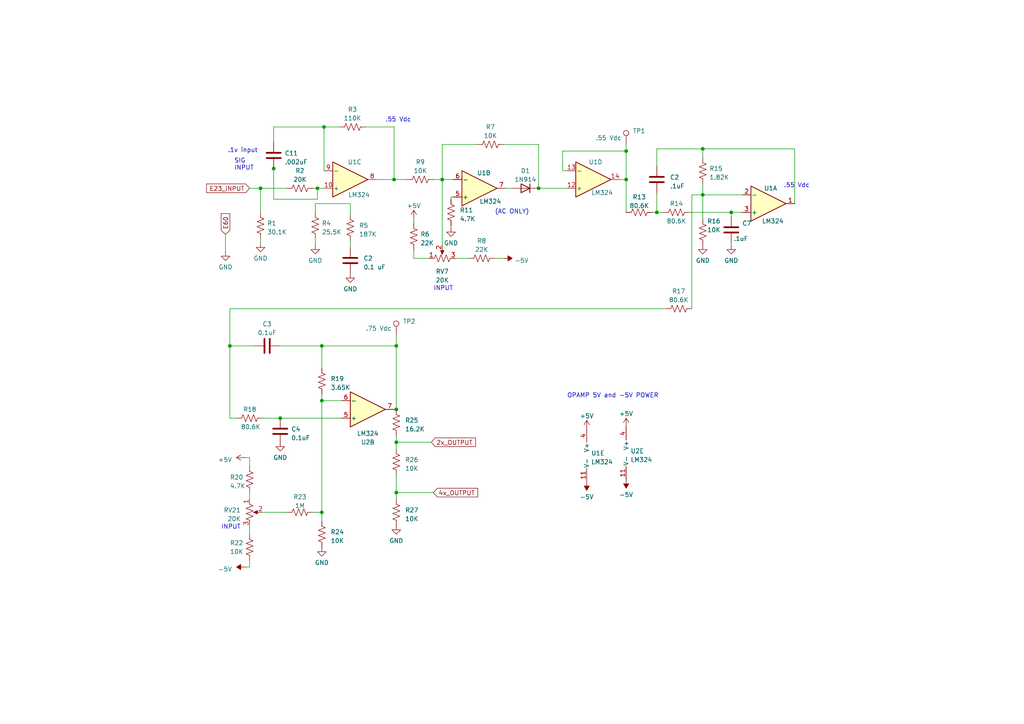
<source format=kicad_sch>
(kicad_sch (version 20230121) (generator eeschema)
  (paper "A4")
  (title_block (title "Hardware_Filter_SSS") (date "2023-10-24"))
  (lib_symbols
    (symbol "Amplifier_Operational:LM324" (pin_names (offset 0.127))
      (property "Reference" "U" (at 0 5.08 0))
      (property "Value" "LM324" (at 0 -5.08 0))
      (symbol "LM324_1_1"
        (polyline (pts (xy -5.08 5.08) (xy 5.08 0) (xy -5.08 -5.08) (xy -5.08 5.08)) (stroke (width 0.254)) (fill (type background)))
        (pin output line (at 7.62 0 180) (length 2.54) (name "~") (number "1"))
        (pin input line (at -7.62 -2.54 0) (length 2.54) (name "-") (number "2"))
        (pin input line (at -7.62 2.54 0) (length 2.54) (name "+") (number "3"))
      )
      (symbol "LM324_2_1"
        (polyline (pts (xy -5.08 5.08) (xy 5.08 0) (xy -5.08 -5.08) (xy -5.08 5.08)) (stroke (width 0.254)) (fill (type background)))
        (pin input line (at -7.62 2.54 0) (length 2.54) (name "+") (number "5"))
        (pin input line (at -7.62 -2.54 0) (length 2.54) (name "-") (number "6"))
        (pin output line (at 7.62 0 180) (length 2.54) (name "~") (number "7"))
      )
      (symbol "LM324_3_1"
        (polyline (pts (xy -5.08 5.08) (xy 5.08 0) (xy -5.08 -5.08) (xy -5.08 5.08)) (stroke (width 0.254)) (fill (type background)))
        (pin input line (at -7.62 2.54 0) (length 2.54) (name "+") (number "10"))
        (pin output line (at 7.62 0 180) (length 2.54) (name "~") (number "8"))
        (pin input line (at -7.62 -2.54 0) (length 2.54) (name "-") (number "9"))
      )
      (symbol "LM324_4_1"
        (polyline (pts (xy -5.08 5.08) (xy 5.08 0) (xy -5.08 -5.08) (xy -5.08 5.08)) (stroke (width 0.254)) (fill (type background)))
        (pin input line (at -7.62 2.54 0) (length 2.54) (name "+") (number "12"))
        (pin input line (at -7.62 -2.54 0) (length 2.54) (name "-") (number "13"))
        (pin output line (at 7.62 0 180) (length 2.54) (name "~") (number "14"))
      )
      (symbol "LM324_5_1"
        (pin power_in line (at -2.54 -7.62 90) (length 3.81) (name "V-") (number "11"))
        (pin power_in line (at -2.54 7.62 270) (length 3.81) (name "V+") (number "4"))
      )
    )
    (symbol "Connector:TestPoint" (pin_numbers hide) (pin_names (offset 0.762) hide)
      (property "Reference" "TP" (at 0 6.858 0))
      (property "Value" "TestPoint" (at 0 5.08 0))
      (symbol "TestPoint_0_1"
        (circle (center 0 3.302) (radius 0.762))
      )
      (symbol "TestPoint_1_1"
        (pin passive line (at 0 0 90) (length 2.54) (name "1") (number "1"))
      )
    )
    (symbol "Device:C" (pin_numbers hide) (pin_names (offset 0.254))
      (property "Reference" "C" (at 0.635 2.54 0))
      (property "Value" "C" (at 0.635 -2.54 0))
      (symbol "C_0_1"
        (polyline (pts (xy -2.032 -0.762) (xy 2.032 -0.762)) (stroke (width 0.508)))
        (polyline (pts (xy -2.032 0.762) (xy 2.032 0.762)) (stroke (width 0.508)))
      )
      (symbol "C_1_1"
        (pin passive line (at 0 3.81 270) (length 2.794) (name "~") (number "1"))
        (pin passive line (at 0 -3.81 90) (length 2.794) (name "~") (number "2"))
      )
    )
    (symbol "Device:R_Potentiometer_US" (pin_names (offset 1.016) hide)
      (property "Reference" "RV" (at -4.445 0 90))
      (property "Value" "R_Potentiometer_US" (at -2.54 0 90))
      (symbol "R_Potentiometer_US_0_1"
        (polyline (pts (xy 0 -2.286) (xy 0 -2.54)))
        (polyline (pts (xy 0 2.54) (xy 0 2.286)))
        (polyline (pts (xy 2.54 0) (xy 1.524 0)))
        (polyline (pts (xy 1.143 0) (xy 2.286 0.508) (xy 2.286 -0.508) (xy 1.143 0)) (fill (type outline)))
        (polyline (pts (xy 0 -0.762) (xy 1.016 -1.143) (xy 0 -1.524) (xy -1.016 -1.905) (xy 0 -2.286)))
        (polyline (pts (xy 0 0.762) (xy 1.016 0.381) (xy 0 0) (xy -1.016 -0.381) (xy 0 -0.762)))
        (polyline (pts (xy 0 2.286) (xy 1.016 1.905) (xy 0 1.524) (xy -1.016 1.143) (xy 0 0.762)))
      )
      (symbol "R_Potentiometer_US_1_1"
        (pin passive line (at 0 3.81 270) (length 1.27) (name "1") (number "1"))
        (pin passive line (at 3.81 0 180) (length 1.27) (name "2") (number "2"))
        (pin passive line (at 0 -3.81 90) (length 1.27) (name "3") (number "3"))
      )
    )
    (symbol "Device:R_US" (pin_numbers hide) (pin_names (offset 0))
      (property "Reference" "R" (at 2.54 0 90))
      (property "Value" "R_US" (at -2.54 0 90))
      (symbol "R_US_0_1"
        (polyline (pts (xy 0 -2.286) (xy 0 -2.54)))
        (polyline (pts (xy 0 2.286) (xy 0 2.54)))
        (polyline (pts (xy 0 -0.762) (xy 1.016 -1.143) (xy 0 -1.524) (xy -1.016 -1.905) (xy 0 -2.286)))
        (polyline (pts (xy 0 0.762) (xy 1.016 0.381) (xy 0 0) (xy -1.016 -0.381) (xy 0 -0.762)))
        (polyline (pts (xy 0 2.286) (xy 1.016 1.905) (xy 0 1.524) (xy -1.016 1.143) (xy 0 0.762)))
      )
      (symbol "R_US_1_1"
        (pin passive line (at 0 3.81 270) (length 1.27) (name "~") (number "1"))
        (pin passive line (at 0 -3.81 90) (length 1.27) (name "~") (number "2"))
      )
    )
    (symbol "Diode:1N914" (pin_numbers hide) (pin_names hide)
      (property "Reference" "D" (at 0 2.54 0))
      (property "Value" "1N914" (at 0 -2.54 0))
      (symbol "1N914_0_1"
        (polyline (pts (xy -1.27 1.27) (xy -1.27 -1.27)) (stroke (width 0.254)))
        (polyline (pts (xy 1.27 0) (xy -1.27 0)))
        (polyline (pts (xy 1.27 1.27) (xy 1.27 -1.27) (xy -1.27 0) (xy 1.27 1.27)) (stroke (width 0.254)))
      )
      (symbol "1N914_1_1"
        (pin passive line (at -3.81 0 0) (length 2.54) (name "K") (number "1"))
        (pin passive line (at 3.81 0 180) (length 2.54) (name "A") (number "2"))
      )
    )
    (symbol "power:+5V" (power) (pin_names (offset 0))
      (property "Value" "+5V" (at 0 3.556 0))
      (symbol "+5V_0_1"
        (polyline (pts (xy -0.762 1.27) (xy 0 2.54)))
        (polyline (pts (xy 0 0) (xy 0 2.54)))
        (polyline (pts (xy 0 2.54) (xy 0.762 1.27)))
      )
      (symbol "+5V_1_1"
        (pin power_in line (at 0 0 90) (length 0) hide (name "+5V") (number "1"))
      )
    )
    (symbol "power:-5V" (power) (pin_names (offset 0))
      (property "Value" "-5V" (at 0 3.81 0))
      (symbol "-5V_0_0"
        (pin power_in line (at 0 0 90) (length 0) hide (name "-5V") (number "1"))
      )
      (symbol "-5V_0_1"
        (polyline (pts (xy 0 0) (xy 0 1.27) (xy 0.762 1.27) (xy 0 2.54) (xy -0.762 1.27) (xy 0 1.27)) (fill (type outline)))
      )
    )
    (symbol "power:GND" (power) (pin_names (offset 0))
      (property "Value" "GND" (at 0 -3.81 0))
      (symbol "GND_0_1"
        (polyline (pts (xy 0 0) (xy 0 -1.27) (xy 1.27 -1.27) (xy 0 -2.54) (xy -1.27 -1.27) (xy 0 -1.27)))
      )
      (symbol "GND_1_1"
        (pin power_in line (at 0 0 270) (length 0) hide (name "GND") (number "1"))
      )
    )
  )
  (junction (at 181.61 52.07))
  (junction (at 156.21 54.61))
  (junction (at 203.835 56.515))
  (junction (at 128.27 52.07))
  (junction (at 114.935 142.875))
  (junction (at 93.98 36.83))
  (junction (at 114.935 118.745))
  (junction (at 114.935 100.33))
  (junction (at 79.375 48.895))
  (junction (at 114.935 128.27))
  (junction (at 203.835 43.18))
  (junction (at 92.075 54.61))
  (junction (at 93.345 148.59))
  (junction (at 114.3 52.07))
  (junction (at 66.675 100.33))
  (junction (at 93.345 100.33))
  (junction (at 93.345 116.205))
  (junction (at 190.5 61.595))
  (junction (at 81.28 121.285))
  (junction (at 181.61 43.815))
  (junction (at 75.565 54.61))
  (junction (at 212.09 61.595))
  (wire (pts (xy 91.44 59.055) (xy 101.6 59.055)))
  (wire (pts (xy 181.61 43.815) (xy 163.195 43.815)))
  (wire (pts (xy 203.835 56.515) (xy 215.265 56.515)))
  (wire (pts (xy 200.025 61.595) (xy 212.09 61.595)))
  (wire (pts (xy 93.345 114.3) (xy 93.345 116.205)))
  (wire (pts (xy 114.935 97.155) (xy 114.935 100.33)))
  (wire (pts (xy 72.39 152.4) (xy 72.39 154.94)))
  (wire (pts (xy 66.675 100.33) (xy 73.66 100.33)))
  (wire (pts (xy 72.39 142.875) (xy 72.39 144.78)))
  (wire (pts (xy 114.935 128.27) (xy 114.935 130.175)))
  (wire (pts (xy 75.565 54.61) (xy 83.185 54.61)))
  (wire (pts (xy 76.2 148.59) (xy 83.185 148.59)))
  (wire (pts (xy 72.39 132.715) (xy 72.39 135.255)))
  (wire (pts (xy 138.43 41.91) (xy 128.27 41.91)))
  (wire (pts (xy 114.935 137.795) (xy 114.935 142.875)))
  (wire (pts (xy 101.6 62.23) (xy 101.6 59.055)))
  (wire (pts (xy 92.075 57.785) (xy 92.075 54.61)))
  (wire (pts (xy 75.565 61.595) (xy 75.565 54.61)))
  (wire (pts (xy 114.3 52.07) (xy 109.22 52.07)))
  (wire (pts (xy 128.27 52.07) (xy 131.445 52.07)))
  (wire (pts (xy 146.685 54.61) (xy 148.59 54.61)))
  (wire (pts (xy 114.3 36.83) (xy 114.3 52.07)))
  (wire (pts (xy 114.3 118.745) (xy 114.935 118.745)))
  (wire (pts (xy 101.6 69.85) (xy 101.6 71.755)))
  (wire (pts (xy 72.39 54.61) (xy 75.565 54.61)))
  (wire (pts (xy 91.44 69.215) (xy 91.44 71.12)))
  (wire (pts (xy 93.345 148.59) (xy 93.345 151.13)))
  (wire (pts (xy 193.04 89.535) (xy 66.675 89.535)))
  (wire (pts (xy 81.28 121.285) (xy 99.06 121.285)))
  (wire (pts (xy 81.28 100.33) (xy 93.345 100.33)))
  (wire (pts (xy 66.675 89.535) (xy 66.675 100.33)))
  (wire (pts (xy 90.805 148.59) (xy 93.345 148.59)))
  (wire (pts (xy 81.28 128.905) (xy 81.28 128.27)))
  (wire (pts (xy 79.375 36.83) (xy 79.375 41.275)))
  (wire (pts (xy 130.81 65.405) (xy 130.81 66.04)))
  (wire (pts (xy 125.095 128.27) (xy 114.935 128.27)))
  (wire (pts (xy 125.73 142.875) (xy 114.935 142.875)))
  (wire (pts (xy 114.935 100.33) (xy 114.935 118.745)))
  (wire (pts (xy 120.015 74.93) (xy 124.46 74.93)))
  (wire (pts (xy 203.835 56.515) (xy 200.66 56.515)))
  (wire (pts (xy 190.5 55.88) (xy 190.5 61.595)))
  (wire (pts (xy 203.835 53.34) (xy 203.835 56.515)))
  (wire (pts (xy 200.66 56.515) (xy 200.66 89.535)))
  (wire (pts (xy 130.81 57.785) (xy 130.81 57.15)))
  (wire (pts (xy 181.61 52.07) (xy 181.61 43.815)))
  (wire (pts (xy 93.345 116.205) (xy 99.06 116.205)))
  (wire (pts (xy 189.23 61.595) (xy 190.5 61.595)))
  (wire (pts (xy 146.05 41.91) (xy 156.21 41.91)))
  (wire (pts (xy 72.39 164.465) (xy 72.39 162.56)))
  (wire (pts (xy 190.5 43.18) (xy 203.835 43.18)))
  (wire (pts (xy 181.61 52.07) (xy 181.61 61.595)))
  (wire (pts (xy 190.5 61.595) (xy 192.405 61.595)))
  (wire (pts (xy 212.09 70.485) (xy 212.09 71.12)))
  (wire (pts (xy 230.505 59.055) (xy 230.505 43.18)))
  (wire (pts (xy 156.21 54.61) (xy 164.465 54.61)))
  (wire (pts (xy 128.27 71.12) (xy 128.27 52.07)))
  (wire (pts (xy 181.61 41.91) (xy 181.61 43.815)))
  (wire (pts (xy 71.12 164.465) (xy 72.39 164.465)))
  (wire (pts (xy 190.5 43.18) (xy 190.5 48.26)))
  (wire (pts (xy 93.345 100.33) (xy 114.935 100.33)))
  (wire (pts (xy 71.12 132.715) (xy 72.39 132.715)))
  (wire (pts (xy 114.935 142.875) (xy 114.935 144.78)))
  (wire (pts (xy 163.195 49.53) (xy 164.465 49.53)))
  (wire (pts (xy 90.805 54.61) (xy 92.075 54.61)))
  (wire (pts (xy 114.935 126.365) (xy 114.935 128.27)))
  (wire (pts (xy 156.21 41.91) (xy 156.21 54.61)))
  (wire (pts (xy 68.58 121.285) (xy 66.675 121.285)))
  (wire (pts (xy 230.505 43.18) (xy 203.835 43.18)))
  (wire (pts (xy 81.28 121.285) (xy 76.2 121.285)))
  (wire (pts (xy 93.345 100.33) (xy 93.345 106.68)))
  (wire (pts (xy 93.98 36.83) (xy 98.425 36.83)))
  (wire (pts (xy 92.075 54.61) (xy 93.98 54.61)))
  (wire (pts (xy 93.98 49.53) (xy 93.98 36.83)))
  (wire (pts (xy 106.045 36.83) (xy 114.3 36.83)))
  (wire (pts (xy 65.405 67.945) (xy 65.405 73.025)))
  (wire (pts (xy 120.015 63.5) (xy 120.015 64.77)))
  (wire (pts (xy 79.375 48.26) (xy 79.375 48.895)))
  (wire (pts (xy 114.3 52.07) (xy 118.11 52.07)))
  (wire (pts (xy 212.09 61.595) (xy 212.09 62.865)))
  (wire (pts (xy 163.195 43.815) (xy 163.195 49.53)))
  (wire (pts (xy 203.835 45.72) (xy 203.835 43.18)))
  (wire (pts (xy 66.675 100.33) (xy 66.675 121.285)))
  (wire (pts (xy 120.015 72.39) (xy 120.015 74.93)))
  (wire (pts (xy 91.44 59.055) (xy 91.44 61.595)))
  (wire (pts (xy 75.565 69.215) (xy 75.565 70.485)))
  (wire (pts (xy 203.835 56.515) (xy 203.835 63.5)))
  (wire (pts (xy 132.08 74.93) (xy 135.89 74.93)))
  (wire (pts (xy 93.345 116.205) (xy 93.345 148.59)))
  (wire (pts (xy 212.09 61.595) (xy 215.265 61.595)))
  (wire (pts (xy 125.73 52.07) (xy 128.27 52.07)))
  (wire (pts (xy 143.51 74.93) (xy 146.05 74.93)))
  (wire (pts (xy 128.27 41.91) (xy 128.27 52.07)))
  (wire (pts (xy 79.375 57.785) (xy 92.075 57.785)))
  (wire (pts (xy 93.98 36.83) (xy 79.375 36.83)))
  (wire (pts (xy 179.705 52.07) (xy 181.61 52.07)))
  (wire (pts (xy 79.375 48.895) (xy 79.375 57.785)))
  (wire (pts (xy 130.81 57.15) (xy 131.445 57.15)))
  (text "(AC ONLY)" (at 143.51 62.23 0) (effects (font (size 1.27 1.27)) (justify left bottom)))
  (text ".55 Vdc\n" (at 111.76 35.56 0) (effects (font (size 1.27 1.27)) (justify left bottom)))
  (text "INPUT" (at 64.135 153.67 0) (effects (font (size 1.27 1.27)) (justify left bottom)))
  (text "SIG\nINPUT" (at 67.945 49.53 0) (effects (font (size 1.27 1.27)) (justify left bottom)))
  (text "OPAMP 5V and -5V POWER" (at 164.465 115.57 0) (effects (font (size 1.27 1.27)) (justify left bottom)))
  (text ".1v input\n" (at 66.04 44.45 0) (effects (font (size 1.27 1.27)) (justify left bottom)))
  (text ".55 Vdc\n" (at 227.33 54.61 0) (effects (font (size 1.27 1.27)) (justify left bottom)))
  (text "INPUT" (at 125.73 84.455 0) (effects (font (size 1.27 1.27)) (justify left bottom)))
  (global_label "4x_OUTPUT" (shape input) (at 125.73 142.875 0) (property "Intersheetrefs" "${INTERSHEET_REFS}" (effects hide)))
  (global_label "E23_INPUT" (shape input) (at 72.39 54.61 180) (property "Intersheetrefs" "${INTERSHEET_REFS}" (effects hide)))
  (global_label "E60" (shape input) (at 65.405 67.945 90) (property "Intersheetrefs" "${INTERSHEET_REFS}" (effects hide)))
  (global_label "2x_OUTPUT" (shape input) (at 125.095 128.27 0) (property "Intersheetrefs" "${INTERSHEET_REFS}" (effects hide)))
  (symbol (lib_id "power:+5V") (at 181.61 123.825 0) (unit 1)
    (property "Reference" "#PWR04" (effects hide))
    (property "Value" "+5V" (at 181.61 120.015 0))
  )
  (symbol (lib_id "power:GND") (at 75.565 70.485 0) (unit 1)
    (property "Reference" "#PWR05" (effects hide))
    (property "Value" "GND" (at 75.565 74.93 0))
  )
  (symbol (lib_id "Diode:1N914") (at 152.4 54.61 180) (unit 1)
    (property "Reference" "D1" (at 152.4 49.53 0))
    (property "Value" "1N914" (at 152.4 52.07 0))
    (property "Footprint" "Diode_THT:D_DO-35_SOD27_P7.62mm_Horizontal" (effects hide))
    (property "Datasheet" "http://www.vishay.com/docs/85622/1n914.pdf" (effects hide))
    (property "Sim.Device" "D" (effects hide))
    (property "Sim.Pins" "1=K 2=A" (effects hide))
  )
  (symbol (lib_id "Device:R_US") (at 75.565 65.405 0) (unit 1)
    (property "Reference" "R1" (at 77.47 64.77 0) (effects (justify left)))
    (property "Value" "30.1K" (at 77.47 67.31 0) (effects (justify left)))
  )
  (symbol (lib_id "power:GND") (at 130.81 66.04 0) (unit 1)
    (property "Reference" "#PWR011" (effects hide))
    (property "Value" "GND" (at 130.81 70.485 0))
  )
  (symbol (lib_id "power:GND") (at 91.44 71.12 0) (unit 1)
    (property "Reference" "#PWR06" (effects hide))
    (property "Value" "GND" (at 91.44 75.565 0))
  )
  (symbol (lib_id "Device:R_US") (at 93.345 154.94 180) (unit 1)
    (property "Reference" "R24" (at 95.885 154.305 0) (effects (justify right)))
    (property "Value" "10K" (at 95.885 156.845 0) (effects (justify right)))
  )
  (symbol (lib_id "Device:R_US") (at 72.39 139.065 180) (unit 1)
    (property "Reference" "R20" (at 66.675 138.43 0) (effects (justify right)))
    (property "Value" "4.7K" (at 66.675 140.97 0) (effects (justify right)))
  )
  (symbol (lib_id "Device:R_Potentiometer_US") (at 128.27 74.93 90) (unit 1)
    (property "Reference" "RV7" (at 128.27 78.74 90))
    (property "Value" "20K" (at 128.27 81.28 90))
  )
  (symbol (lib_id "Amplifier_Operational:LM324") (at 106.68 118.745 0) (mirror x) (unit 2)
    (property "Reference" "U2" (at 106.68 128.27 0))
    (property "Value" "LM324" (at 106.68 125.73 0))
    (property "Datasheet" "http://www.ti.com/lit/ds/symlink/lm2902-n.pdf" (effects hide))
  )
  (symbol (lib_id "Device:C") (at 77.47 100.33 270) (unit 1)
    (property "Reference" "C3" (at 77.47 93.98 90))
    (property "Value" "0.1uF" (at 77.47 96.52 90))
  )
  (symbol (lib_id "power:GND") (at 101.6 79.375 0) (unit 1)
    (property "Reference" "#PWR08" (effects hide))
    (property "Value" "GND" (at 101.6 83.82 0))
  )
  (symbol (lib_id "power:GND") (at 65.405 73.025 0) (unit 1)
    (property "Reference" "#PWR07" (effects hide))
    (property "Value" "GND" (at 65.405 77.47 0))
  )
  (symbol (lib_id "Device:C") (at 101.6 75.565 0) (unit 1)
    (property "Reference" "C2" (at 105.41 74.93 0) (effects (justify left)))
    (property "Value" "0.1 uF" (at 105.41 77.47 0) (effects (justify left)))
  )
  (symbol (lib_id "Device:R_US") (at 185.42 61.595 90) (unit 1)
    (property "Reference" "R13" (at 185.42 57.15 90))
    (property "Value" "80.6K" (at 185.42 59.69 90))
  )
  (symbol (lib_id "Amplifier_Operational:LM324") (at 172.085 52.07 0) (mirror x) (unit 4)
    (property "Reference" "U1" (at 172.72 46.99 0))
    (property "Value" "LM324" (at 174.625 55.88 0))
    (property "Datasheet" "http://www.ti.com/lit/ds/symlink/lm2902-n.pdf" (effects hide))
  )
  (symbol (lib_id "Amplifier_Operational:LM324") (at 139.065 54.61 0) (mirror x) (unit 2)
    (property "Reference" "U1" (at 140.335 50.165 0))
    (property "Value" "LM324" (at 142.24 58.42 0))
    (property "Datasheet" "http://www.ti.com/lit/ds/symlink/lm2902-n.pdf" (effects hide))
  )
  (symbol (lib_id "power:+5V") (at 71.12 132.715 90) (unit 1)
    (property "Reference" "#PWR015" (effects hide))
    (property "Value" "+5V" (at 67.31 133.35 90) (effects (justify left)))
  )
  (symbol (lib_id "Connector:TestPoint") (at 114.935 97.155 0) (unit 1)
    (property "Reference" "TP2" (at 116.84 93.218 0) (effects (justify left)))
    (property "Value" ".75 Vdc" (at 106.045 95.25 0) (effects (justify left)))
  )
  (symbol (lib_id "Device:R_US") (at 196.85 89.535 90) (unit 1)
    (property "Reference" "R17" (at 196.85 84.455 90))
    (property "Value" "80.6K" (at 196.85 86.995 90))
  )
  (symbol (lib_id "Device:C") (at 190.5 52.07 0) (unit 1)
    (property "Reference" "C2" (at 194.31 51.435 0) (effects (justify left)))
    (property "Value" ".1uF" (at 194.31 53.975 0) (effects (justify left)))
  )
  (symbol (lib_id "Amplifier_Operational:LM324") (at 184.15 131.445 0) (unit 5)
    (property "Reference" "U2" (at 182.88 130.81 0) (effects (justify left)))
    (property "Value" "LM324" (at 182.88 133.35 0) (effects (justify left)))
    (property "Datasheet" "http://www.ti.com/lit/ds/symlink/lm2902-n.pdf" (effects hide))
  )
  (symbol (lib_id "Device:R_US") (at 91.44 65.405 0) (unit 1)
    (property "Reference" "R4" (at 93.345 64.77 0) (effects (justify left)))
    (property "Value" "25.5K" (at 93.345 67.31 0) (effects (justify left)))
  )
  (symbol (lib_id "Device:R_US") (at 142.24 41.91 90) (unit 1)
    (property "Reference" "R7" (at 142.24 36.83 90))
    (property "Value" "10K" (at 142.24 39.37 90))
  )
  (symbol (lib_id "power:GND") (at 212.09 71.12 0) (unit 1)
    (property "Reference" "#PWR013" (effects hide))
    (property "Value" "GND" (at 212.09 75.565 0))
  )
  (symbol (lib_id "Amplifier_Operational:LM324") (at 101.6 52.07 0) (mirror x) (unit 3)
    (property "Reference" "U1" (at 102.87 46.99 0))
    (property "Value" "LM324" (at 104.14 56.515 0))
    (property "Datasheet" "http://www.ti.com/lit/ds/symlink/lm2902-n.pdf" (effects hide))
  )
  (symbol (lib_id "power:GND") (at 81.28 128.27 0) (unit 1)
    (property "Reference" "#PWR018" (effects hide))
    (property "Value" "GND" (at 81.28 132.715 0))
  )
  (symbol (lib_id "power:+5V") (at 120.015 63.5 0) (unit 1)
    (property "Reference" "#PWR09" (effects hide))
    (property "Value" "+5V" (at 120.015 59.69 0))
  )
  (symbol (lib_id "power:-5V") (at 181.61 139.065 180) (unit 1)
    (property "Reference" "#PWR03" (effects hide))
    (property "Value" "-5V" (at 181.61 143.51 0))
  )
  (symbol (lib_id "Amplifier_Operational:LM324") (at 222.885 59.055 0) (mirror x) (unit 1)
    (property "Reference" "U1" (at 223.52 54.61 0))
    (property "Value" "LM324" (at 224.155 64.135 0))
    (property "Datasheet" "http://www.ti.com/lit/ds/symlink/lm2902-n.pdf" (effects hide))
  )
  (symbol (lib_id "Device:R_US") (at 114.935 122.555 180) (unit 1)
    (property "Reference" "R25" (at 117.475 121.92 0) (effects (justify right)))
    (property "Value" "16.2K" (at 117.475 124.46 0) (effects (justify right)))
  )
  (symbol (lib_id "Device:R_US") (at 114.935 148.59 180) (unit 1)
    (property "Reference" "R27" (at 117.475 147.955 0) (effects (justify right)))
    (property "Value" "10K" (at 117.475 150.495 0) (effects (justify right)))
  )
  (symbol (lib_id "Device:R_US") (at 139.7 74.93 90) (unit 1)
    (property "Reference" "R8" (at 139.7 69.85 90))
    (property "Value" "22K" (at 139.7 72.39 90))
  )
  (symbol (lib_id "Device:R_US") (at 130.81 61.595 0) (unit 1)
    (property "Reference" "R11" (at 133.35 60.96 0) (effects (justify left)))
    (property "Value" "4.7K" (at 133.35 63.5 0) (effects (justify left)))
  )
  (symbol (lib_id "Device:R_US") (at 121.92 52.07 90) (unit 1)
    (property "Reference" "R9" (at 121.92 46.99 90))
    (property "Value" "10K" (at 121.92 49.53 90))
  )
  (symbol (lib_id "power:-5V") (at 71.12 164.465 90) (unit 1)
    (property "Reference" "#PWR016" (effects hide))
    (property "Value" "-5V" (at 67.31 165.1 90) (effects (justify left)))
  )
  (symbol (lib_id "Device:C") (at 212.09 66.675 0) (unit 1)
    (property "Reference" "C7" (at 215.265 64.77 0) (effects (justify left)))
    (property "Value" ".1uF" (at 212.725 69.215 0) (effects (justify left)))
  )
  (symbol (lib_id "Device:R_US") (at 86.995 148.59 270) (unit 1)
    (property "Reference" "R23" (at 86.995 144.145 90))
    (property "Value" "1M" (at 86.995 146.685 90))
  )
  (symbol (lib_id "Device:C") (at 79.375 45.085 0) (unit 1)
    (property "Reference" "C11" (at 82.55 44.45 0) (effects (justify left)))
    (property "Value" ".002uF" (at 82.55 46.99 0) (effects (justify left)))
  )
  (symbol (lib_id "Device:R_US") (at 120.015 68.58 0) (unit 1)
    (property "Reference" "R6" (at 121.92 67.945 0) (effects (justify left)))
    (property "Value" "22K" (at 121.92 70.485 0) (effects (justify left)))
  )
  (symbol (lib_id "Device:R_US") (at 93.345 110.49 180) (unit 1)
    (property "Reference" "R19" (at 95.885 109.855 0) (effects (justify right)))
    (property "Value" "3.65K" (at 95.885 112.395 0) (effects (justify right)))
  )
  (symbol (lib_id "power:GND") (at 93.345 158.75 0) (unit 1)
    (property "Reference" "#PWR017" (effects hide))
    (property "Value" "GND" (at 93.345 163.195 0))
  )
  (symbol (lib_id "Device:R_US") (at 72.39 158.75 180) (unit 1)
    (property "Reference" "R22" (at 66.675 157.48 0) (effects (justify right)))
    (property "Value" "10K" (at 66.675 160.02 0) (effects (justify right)))
  )
  (symbol (lib_id "power:-5V") (at 146.05 74.93 270) (unit 1)
    (property "Reference" "#PWR010" (effects hide))
    (property "Value" "-5V" (at 149.225 75.565 90) (effects (justify left)))
  )
  (symbol (lib_id "Connector:TestPoint") (at 181.61 41.91 0) (unit 1)
    (property "Reference" "TP1" (at 183.515 37.973 0) (effects (justify left)))
    (property "Value" ".55 Vdc" (at 172.72 40.005 0) (effects (justify left)))
  )
  (symbol (lib_id "Device:R_Potentiometer_US") (at 72.39 148.59 0) (unit 1)
    (property "Reference" "RV21" (at 69.85 147.955 0) (effects (justify right)))
    (property "Value" "20K" (at 69.85 150.495 0) (effects (justify right)))
  )
  (symbol (lib_id "Device:R_US") (at 102.235 36.83 90) (unit 1)
    (property "Reference" "R3" (at 102.235 31.75 90))
    (property "Value" "110K" (at 102.235 34.29 90))
  )
  (symbol (lib_id "Device:R_US") (at 196.215 61.595 90) (unit 1)
    (property "Reference" "R14" (at 196.215 59.055 90))
    (property "Value" "80.6K" (at 196.215 64.135 90))
  )
  (symbol (lib_id "power:-5V") (at 170.18 139.7 180) (unit 1)
    (property "Reference" "#PWR02" (effects hide))
    (property "Value" "-5V" (at 170.18 144.145 0))
  )
  (symbol (lib_id "Amplifier_Operational:LM324") (at 172.72 132.08 0) (unit 5)
    (property "Reference" "U1" (at 171.45 131.445 0) (effects (justify left)))
    (property "Value" "LM324" (at 171.45 133.985 0) (effects (justify left)))
    (property "Datasheet" "http://www.ti.com/lit/ds/symlink/lm2902-n.pdf" (effects hide))
  )
  (symbol (lib_id "power:GND") (at 203.835 71.12 0) (unit 1)
    (property "Reference" "#PWR012" (effects hide))
    (property "Value" "GND" (at 203.835 75.565 0))
  )
  (symbol (lib_id "Device:R_US") (at 203.835 49.53 180) (unit 1)
    (property "Reference" "R15" (at 205.74 48.895 0) (effects (justify right)))
    (property "Value" "1.82K" (at 205.74 51.435 0) (effects (justify right)))
  )
  (symbol (lib_id "Device:R_US") (at 101.6 66.04 0) (unit 1)
    (property "Reference" "R5" (at 104.14 65.405 0) (effects (justify left)))
    (property "Value" "187K" (at 104.14 67.945 0) (effects (justify left)))
  )
  (symbol (lib_id "Device:R_US") (at 72.39 121.285 90) (unit 1)
    (property "Reference" "R18" (at 70.485 118.745 90) (effects (justify right)))
    (property "Value" "80.6K" (at 69.85 123.825 90) (effects (justify right)))
  )
  (symbol (lib_id "Device:R_US") (at 203.835 67.31 0) (unit 1)
    (property "Reference" "R16" (at 205.105 64.135 0) (effects (justify left)))
    (property "Value" "10K" (at 205.105 66.675 0) (effects (justify left)))
  )
  (symbol (lib_id "Device:C") (at 81.28 125.095 180) (unit 1)
    (property "Reference" "C4" (at 84.455 124.46 0) (effects (justify right)))
    (property "Value" "0.1uF" (at 84.455 127 0) (effects (justify right)))
  )
  (symbol (lib_id "Device:R_US") (at 114.935 133.985 180) (unit 1)
    (property "Reference" "R26" (at 117.475 133.35 0) (effects (justify right)))
    (property "Value" "10K" (at 117.475 135.89 0) (effects (justify right)))
  )
  (symbol (lib_id "power:+5V") (at 170.18 124.46 0) (unit 1)
    (property "Reference" "#PWR01" (effects hide))
    (property "Value" "+5V" (at 170.18 120.65 0))
  )
  (symbol (lib_id "power:GND") (at 114.935 152.4 0) (unit 1)
    (property "Reference" "#PWR014" (effects hide))
    (property "Value" "GND" (at 114.935 156.845 0))
  )
  (symbol (lib_id "Device:R_US") (at 86.995 54.61 90) (unit 1)
    (property "Reference" "R2" (at 86.995 49.53 90))
    (property "Value" "20K" (at 86.995 52.07 90))
  )
)
</source>
